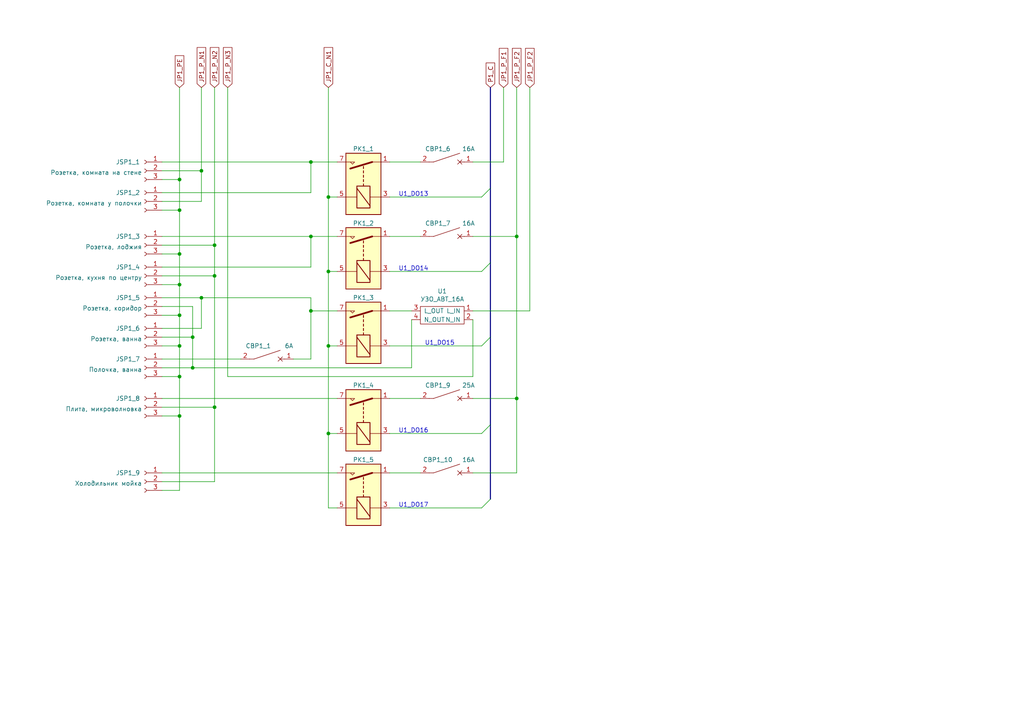
<source format=kicad_sch>
(kicad_sch (version 20211123) (generator eeschema)
  (paper "A4")
  (title_block (title "Розетки, лист 1") (date "2023-02-01") (rev "2"))
  (lib_symbols
    (symbol "Connector:Conn_01x03_Female" (pin_names (offset 1.016) hide)
      (property "Reference" "J" (at 0 5.08 0))
      (property "Value" "Conn_01x03_Female" (at 0 -5.08 0))
      (symbol "Conn_01x03_Female_1_1"
        (arc (start 0 -2.032) (mid -0.508 -2.54) (end 0 -3.048) (stroke (width 0.1524)))
        (polyline (pts (xy -1.27 -2.54) (xy -0.508 -2.54)) (stroke (width 0.1524)))
        (polyline (pts (xy -1.27 0) (xy -0.508 0)) (stroke (width 0.1524)))
        (polyline (pts (xy -1.27 2.54) (xy -0.508 2.54)) (stroke (width 0.1524)))
        (arc (start 0 0.508) (mid -0.508 0) (end 0 -0.508) (stroke (width 0.1524)))
        (arc (start 0 3.048) (mid -0.508 2.54) (end 0 2.032) (stroke (width 0.1524)))
        (pin passive line (at -5.08 2.54 0) (length 3.81) (name "Pin_1") (number "1"))
        (pin passive line (at -5.08 0 0) (length 3.81) (name "Pin_2") (number "2"))
        (pin passive line (at -5.08 -2.54 0) (length 3.81) (name "Pin_3") (number "3"))
      )
    )
    (symbol "Device:CircuitBreaker_1P"
      (property "Reference" "CB" (at 1.905 0 0))
      (property "Value" "CircuitBreaker_1P" (at 1.905 1.905 0))
      (symbol "CircuitBreaker_1P_0_1"
        (polyline (pts (xy 0 -5.08) (xy 0 -3.81)))
        (polyline (pts (xy 0 -3.81) (xy -2.54 3.81)))
      )
      (symbol "CircuitBreaker_1P_1_1"
        (polyline (pts (xy -0.635 4.445) (xy 0.635 3.175)))
        (polyline (pts (xy 0 5.08) (xy 0 3.81)))
        (polyline (pts (xy 0.635 4.445) (xy -0.635 3.175)))
        (pin passive line (at 0 7.62 270) (length 2.54) (name "~") (number "1"))
        (pin passive line (at 0 -7.62 90) (length 2.54) (name "~") (number "2"))
      )
    )
    (symbol "Relay:SILxx-1Axx-71x"
      (property "Reference" "K" (at 8.89 3.81 0))
      (property "Value" "SILxx-1Axx-71x" (at 8.89 1.27 0))
      (symbol "SILxx-1Axx-71x_0_0"
        (polyline (pts (xy 5.08 5.08) (xy 5.08 2.54) (xy 4.445 3.175) (xy 5.08 3.81)))
      )
      (symbol "SILxx-1Axx-71x_0_1"
        (rectangle (start -10.16 5.08) (end 7.62 -5.08) (stroke (width 0.254)) (fill (type background)))
        (rectangle (start -8.255 1.905) (end -1.905 -1.905) (stroke (width 0.254)))
        (polyline (pts (xy -7.62 -1.905) (xy -2.54 1.905)) (stroke (width 0.254)))
        (polyline (pts (xy -5.08 -5.08) (xy -5.08 -1.905)))
        (polyline (pts (xy -5.08 5.08) (xy -5.08 1.905)))
        (polyline (pts (xy -1.905 0) (xy -1.27 0)) (stroke (width 0.254)))
        (polyline (pts (xy -0.635 0) (xy 0 0)) (stroke (width 0.254)))
        (polyline (pts (xy 0.635 0) (xy 1.27 0)) (stroke (width 0.254)))
        (polyline (pts (xy 1.905 0) (xy 2.54 0)) (stroke (width 0.254)))
        (polyline (pts (xy 3.175 0) (xy 3.81 0)) (stroke (width 0.254)))
        (polyline (pts (xy 5.08 -2.54) (xy 3.175 3.81)) (stroke (width 0.508)))
        (polyline (pts (xy 5.08 -2.54) (xy 5.08 -5.08)))
      )
      (symbol "SILxx-1Axx-71x_1_1"
        (pin passive line (at 5.08 -7.62 90) (length 2.54) (name "~") (number "1"))
        (pin passive line (at -5.08 -7.62 90) (length 2.54) (name "~") (number "3"))
        (pin passive line (at -5.08 7.62 270) (length 2.54) (name "~") (number "5"))
        (pin passive line (at 5.08 7.62 270) (length 2.54) (name "~") (number "7"))
      )
    )
    (symbol "sockets_1-rescue:УЗО-plc" (pin_names (offset 1.016))
      (property "Reference" "U" (at 0 0 0))
      (property "Value" "УЗО-plc" (at 0 2.54 0))
      (symbol "УЗО-plc_1_1"
        (rectangle (start -6.35 -1.27) (end 6.35 -6.35))
        (pin power_in line (at -8.89 -2.54 0) (length 2.54) (name "L_IN") (number "1"))
        (pin passive line (at -8.89 -5.08 0) (length 2.54) (name "N_IN") (number "2"))
        (pin power_out line (at 8.89 -2.54 180) (length 2.54) (name "L_OUT") (number "3"))
        (pin passive line (at 8.89 -5.08 180) (length 2.54) (name "N_OUT") (number "4"))
      )
    )
  )
  (junction (at 62.23 80.01))
  (junction (at 149.86 115.57))
  (junction (at 58.42 86.36))
  (junction (at 95.25 125.73))
  (junction (at 52.07 91.44))
  (junction (at 95.25 78.74))
  (junction (at 52.07 100.33))
  (junction (at 90.17 68.58))
  (junction (at 52.07 52.07))
  (junction (at 55.88 106.68))
  (junction (at 52.07 60.96))
  (junction (at 58.42 49.53))
  (junction (at 62.23 118.11))
  (junction (at 52.07 120.65))
  (junction (at 52.07 109.22))
  (junction (at 90.17 46.99))
  (junction (at 149.86 68.58))
  (junction (at 62.23 71.12))
  (junction (at 52.07 82.55))
  (junction (at 95.25 100.33))
  (junction (at 90.17 90.17))
  (junction (at 52.07 73.66))
  (junction (at 55.88 97.79))
  (junction (at 95.25 57.15))
  (bus_entry (at 139.7 57.15) (size 2.54 -2.54))
  (bus_entry (at 139.7 100.33) (size 2.54 -2.54))
  (bus_entry (at 139.7 125.73) (size 2.54 -2.54))
  (bus_entry (at 139.7 147.32) (size 2.54 -2.54))
  (bus_entry (at 139.7 78.74) (size 2.54 -2.54))
  (wire (pts (xy 46.99 77.47) (xy 90.17 77.47)))
  (wire (pts (xy 97.79 125.73) (xy 95.25 125.73)))
  (wire (pts (xy 90.17 86.36) (xy 90.17 90.17)))
  (wire (pts (xy 149.86 68.58) (xy 149.86 115.57)))
  (wire (pts (xy 113.03 137.16) (xy 121.92 137.16)))
  (wire (pts (xy 46.99 80.01) (xy 62.23 80.01)))
  (wire (pts (xy 146.05 25.4) (xy 146.05 46.99)))
  (wire (pts (xy 62.23 25.4) (xy 62.23 71.12)))
  (wire (pts (xy 97.79 147.32) (xy 95.25 147.32)))
  (wire (pts (xy 58.42 86.36) (xy 90.17 86.36)))
  (wire (pts (xy 55.88 97.79) (xy 55.88 88.9)))
  (wire (pts (xy 46.99 82.55) (xy 52.07 82.55)))
  (bus (pts (xy 142.24 54.61) (xy 142.24 76.2)))
  (wire (pts (xy 46.99 91.44) (xy 52.07 91.44)))
  (wire (pts (xy 46.99 71.12) (xy 62.23 71.12)))
  (wire (pts (xy 46.99 115.57) (xy 97.79 115.57)))
  (wire (pts (xy 137.16 68.58) (xy 149.86 68.58)))
  (wire (pts (xy 153.67 25.4) (xy 153.67 90.17)))
  (wire (pts (xy 46.99 109.22) (xy 52.07 109.22)))
  (wire (pts (xy 90.17 46.99) (xy 97.79 46.99)))
  (wire (pts (xy 113.03 100.33) (xy 139.7 100.33)))
  (wire (pts (xy 113.03 125.73) (xy 139.7 125.73)))
  (wire (pts (xy 46.99 106.68) (xy 55.88 106.68)))
  (wire (pts (xy 95.25 57.15) (xy 95.25 78.74)))
  (bus (pts (xy 142.24 97.79) (xy 142.24 123.19)))
  (wire (pts (xy 52.07 100.33) (xy 52.07 109.22)))
  (wire (pts (xy 90.17 68.58) (xy 97.79 68.58)))
  (wire (pts (xy 55.88 97.79) (xy 46.99 97.79)))
  (wire (pts (xy 95.25 25.4) (xy 95.25 57.15)))
  (wire (pts (xy 66.04 25.4) (xy 66.04 109.22)))
  (wire (pts (xy 113.03 57.15) (xy 139.7 57.15)))
  (wire (pts (xy 113.03 115.57) (xy 121.92 115.57)))
  (wire (pts (xy 119.38 106.68) (xy 119.38 92.71)))
  (wire (pts (xy 62.23 118.11) (xy 62.23 139.7)))
  (wire (pts (xy 95.25 78.74) (xy 95.25 100.33)))
  (bus (pts (xy 142.24 25.4) (xy 142.24 54.61)))
  (wire (pts (xy 113.03 147.32) (xy 139.7 147.32)))
  (wire (pts (xy 46.99 104.14) (xy 69.85 104.14)))
  (wire (pts (xy 52.07 82.55) (xy 52.07 91.44)))
  (bus (pts (xy 142.24 76.2) (xy 142.24 97.79)))
  (wire (pts (xy 52.07 52.07) (xy 52.07 60.96)))
  (wire (pts (xy 58.42 25.4) (xy 58.42 49.53)))
  (wire (pts (xy 149.86 25.4) (xy 149.86 68.58)))
  (wire (pts (xy 46.99 68.58) (xy 90.17 68.58)))
  (wire (pts (xy 46.99 86.36) (xy 58.42 86.36)))
  (wire (pts (xy 46.99 137.16) (xy 97.79 137.16)))
  (wire (pts (xy 149.86 115.57) (xy 137.16 115.57)))
  (bus (pts (xy 142.24 123.19) (xy 142.24 144.78)))
  (wire (pts (xy 66.04 109.22) (xy 137.16 109.22)))
  (wire (pts (xy 46.99 52.07) (xy 52.07 52.07)))
  (wire (pts (xy 55.88 106.68) (xy 119.38 106.68)))
  (wire (pts (xy 137.16 90.17) (xy 153.67 90.17)))
  (wire (pts (xy 90.17 104.14) (xy 85.09 104.14)))
  (wire (pts (xy 46.99 55.88) (xy 90.17 55.88)))
  (wire (pts (xy 95.25 100.33) (xy 97.79 100.33)))
  (wire (pts (xy 58.42 49.53) (xy 58.42 58.42)))
  (wire (pts (xy 62.23 71.12) (xy 62.23 80.01)))
  (wire (pts (xy 95.25 100.33) (xy 95.25 125.73)))
  (wire (pts (xy 46.99 139.7) (xy 62.23 139.7)))
  (wire (pts (xy 52.07 60.96) (xy 52.07 73.66)))
  (wire (pts (xy 46.99 100.33) (xy 52.07 100.33)))
  (wire (pts (xy 46.99 58.42) (xy 58.42 58.42)))
  (wire (pts (xy 137.16 92.71) (xy 137.16 109.22)))
  (wire (pts (xy 95.25 78.74) (xy 97.79 78.74)))
  (wire (pts (xy 46.99 95.25) (xy 58.42 95.25)))
  (wire (pts (xy 90.17 90.17) (xy 90.17 104.14)))
  (wire (pts (xy 90.17 46.99) (xy 90.17 55.88)))
  (wire (pts (xy 52.07 25.4) (xy 52.07 52.07)))
  (wire (pts (xy 52.07 120.65) (xy 52.07 142.24)))
  (wire (pts (xy 146.05 46.99) (xy 137.16 46.99)))
  (wire (pts (xy 52.07 91.44) (xy 52.07 100.33)))
  (wire (pts (xy 113.03 90.17) (xy 119.38 90.17)))
  (wire (pts (xy 90.17 68.58) (xy 90.17 77.47)))
  (wire (pts (xy 113.03 68.58) (xy 121.92 68.58)))
  (wire (pts (xy 113.03 46.99) (xy 121.92 46.99)))
  (wire (pts (xy 149.86 115.57) (xy 149.86 137.16)))
  (wire (pts (xy 46.99 73.66) (xy 52.07 73.66)))
  (wire (pts (xy 55.88 106.68) (xy 55.88 97.79)))
  (wire (pts (xy 52.07 109.22) (xy 52.07 120.65)))
  (wire (pts (xy 46.99 60.96) (xy 52.07 60.96)))
  (wire (pts (xy 46.99 120.65) (xy 52.07 120.65)))
  (wire (pts (xy 95.25 125.73) (xy 95.25 147.32)))
  (wire (pts (xy 52.07 73.66) (xy 52.07 82.55)))
  (wire (pts (xy 97.79 57.15) (xy 95.25 57.15)))
  (wire (pts (xy 58.42 95.25) (xy 58.42 86.36)))
  (wire (pts (xy 46.99 142.24) (xy 52.07 142.24)))
  (wire (pts (xy 46.99 49.53) (xy 58.42 49.53)))
  (wire (pts (xy 55.88 88.9) (xy 46.99 88.9)))
  (wire (pts (xy 90.17 90.17) (xy 97.79 90.17)))
  (wire (pts (xy 46.99 46.99) (xy 90.17 46.99)))
  (wire (pts (xy 149.86 137.16) (xy 137.16 137.16)))
  (wire (pts (xy 62.23 80.01) (xy 62.23 118.11)))
  (wire (pts (xy 46.99 118.11) (xy 62.23 118.11)))
  (wire (pts (xy 113.03 78.74) (xy 139.7 78.74)))
  (text "U1_DO15" (at 123.19 100.33 0) (effects (font (size 1.27 1.27)) (justify left bottom)))
  (text "U1_DO13" (at 115.57 57.15 0) (effects (font (size 1.27 1.27)) (justify left bottom)))
  (text "U1_DO16" (at 115.57 125.73 0) (effects (font (size 1.27 1.27)) (justify left bottom)))
  (text "U1_DO17" (at 115.57 147.32 0) (effects (font (size 1.27 1.27)) (justify left bottom)))
  (text "U1_DO14" (at 115.57 78.74 0) (effects (font (size 1.27 1.27)) (justify left bottom)))
  (global_label "JP1_P_N1" (shape input) (at 58.42 25.4 90) (property "Intersheet References" "${INTERSHEET_REFS}" (effects hide)))
  (global_label "JP1_PE" (shape input) (at 52.07 25.4 90) (property "Intersheet References" "${INTERSHEET_REFS}" (effects hide)))
  (global_label "JP1_P_F2" (shape input) (at 149.86 25.4 90) (property "Intersheet References" "${INTERSHEET_REFS}" (effects hide)))
  (global_label "Р1_C" (shape input) (at 142.24 25.4 90) (property "Intersheet References" "${INTERSHEET_REFS}" (effects hide)))
  (global_label "JP1_P_N3" (shape input) (at 66.04 25.4 90) (property "Intersheet References" "${INTERSHEET_REFS}" (effects hide)))
  (global_label "JP1_P_N2" (shape input) (at 62.23 25.4 90) (property "Intersheet References" "${INTERSHEET_REFS}" (effects hide)))
  (global_label "JP1_C_N1" (shape input) (at 95.25 25.4 90) (property "Intersheet References" "${INTERSHEET_REFS}" (effects hide)))
  (global_label "JP1_P_F2" (shape input) (at 153.67 25.4 90) (property "Intersheet References" "${INTERSHEET_REFS}" (effects hide)))
  (global_label "JP1_P_F1" (shape input) (at 146.05 25.4 90) (property "Intersheet References" "${INTERSHEET_REFS}" (effects hide)))
  (symbol (lib_id "Connector:Conn_01x03_Female") (at 41.91 49.53 0) (mirror y) (unit 1)
    (property "Reference" "JSР1_1" (at 40.64 46.99 0) (effects (justify left)))
    (property "Value" "Розетка, комната на стене" (at 41.1988 50.038 0) (effects (justify left)))
  )
  (symbol (lib_id "Connector:Conn_01x03_Female") (at 41.91 118.11 0) (mirror y) (unit 1)
    (property "Reference" "JSР1_8" (at 40.64 115.57 0) (effects (justify left)))
    (property "Value" "Плита, микроволновка" (at 41.1988 118.618 0) (effects (justify left)))
  )
  (symbol (lib_id "Connector:Conn_01x03_Female") (at 41.91 139.7 0) (mirror y) (unit 1)
    (property "Reference" "JSР1_9" (at 40.64 137.16 0) (effects (justify left)))
    (property "Value" "Холодильник мойка" (at 41.1988 140.208 0) (effects (justify left)))
  )
  (symbol (lib_id "Relay:SILxx-1Axx-71x") (at 105.41 120.65 90) (unit 1)
    (property "Reference" "РК1_4" (at 105.41 111.76 90))
    (property "Value" "SILxx-1Axx-71x" (effects hide))
    (property "Footprint" "Relay_THT:Relay_SPST_StandexMeder_SIL_Form1A" (effects hide))
    (property "Datasheet" "https://standexelectronics.com/wp-content/uploads/datasheet_reed_relay_SIL.pdf" (effects hide))
  )
  (symbol (lib_id "Device:CircuitBreaker_1P") (at 129.54 115.57 270) (unit 1)
    (property "Reference" "CBР1_9" (at 127 111.76 90))
    (property "Value" "25А" (at 135.89 111.76 90))
  )
  (symbol (lib_id "Relay:SILxx-1Axx-71x") (at 105.41 142.24 90) (unit 1)
    (property "Reference" "РК1_5" (at 105.41 133.35 90))
    (property "Value" "SILxx-1Axx-71x" (effects hide))
    (property "Footprint" "Relay_THT:Relay_SPST_StandexMeder_SIL_Form1A" (effects hide))
    (property "Datasheet" "https://standexelectronics.com/wp-content/uploads/datasheet_reed_relay_SIL.pdf" (effects hide))
  )
  (symbol (lib_id "Device:CircuitBreaker_1P") (at 129.54 137.16 270) (unit 1)
    (property "Reference" "CBР1_10" (at 127 133.35 90))
    (property "Value" "16А" (at 135.89 133.35 90))
  )
  (symbol (lib_id "Connector:Conn_01x03_Female") (at 41.91 58.42 0) (mirror y) (unit 1)
    (property "Reference" "JSР1_2" (at 40.64 55.88 0) (effects (justify left)))
    (property "Value" "Розетка, комната у полочки" (at 41.1988 58.928 0) (effects (justify left)))
  )
  (symbol (lib_id "Connector:Conn_01x03_Female") (at 41.91 71.12 0) (mirror y) (unit 1)
    (property "Reference" "JSР1_3" (at 40.64 68.58 0) (effects (justify left)))
    (property "Value" "Розетка, лоджия" (at 41.1988 71.628 0) (effects (justify left)))
  )
  (symbol (lib_id "Connector:Conn_01x03_Female") (at 41.91 80.01 0) (mirror y) (unit 1)
    (property "Reference" "JSР1_4" (at 40.64 77.47 0) (effects (justify left)))
    (property "Value" "Розетка, кухня по центру" (at 41.1988 80.518 0) (effects (justify left)))
  )
  (symbol (lib_id "Connector:Conn_01x03_Female") (at 41.91 88.9 0) (mirror y) (unit 1)
    (property "Reference" "JSР1_5" (at 40.64 86.36 0) (effects (justify left)))
    (property "Value" "Розетка, коридор" (at 41.1988 89.408 0) (effects (justify left)))
  )
  (symbol (lib_id "Connector:Conn_01x03_Female") (at 41.91 97.79 0) (mirror y) (unit 1)
    (property "Reference" "JSР1_6" (at 40.64 95.25 0) (effects (justify left)))
    (property "Value" "Розетка, ванна" (at 41.1988 98.298 0) (effects (justify left)))
  )
  (symbol (lib_id "Relay:SILxx-1Axx-71x") (at 105.41 52.07 90) (unit 1)
    (property "Reference" "РК1_1" (at 105.41 43.18 90))
    (property "Value" "SILxx-1Axx-71x" (effects hide))
    (property "Footprint" "Relay_THT:Relay_SPST_StandexMeder_SIL_Form1A" (effects hide))
    (property "Datasheet" "https://standexelectronics.com/wp-content/uploads/datasheet_reed_relay_SIL.pdf" (effects hide))
  )
  (symbol (lib_id "Relay:SILxx-1Axx-71x") (at 105.41 73.66 90) (unit 1)
    (property "Reference" "РК1_2" (at 105.41 64.77 90))
    (property "Value" "SILxx-1Axx-71x" (effects hide))
    (property "Footprint" "Relay_THT:Relay_SPST_StandexMeder_SIL_Form1A" (effects hide))
    (property "Datasheet" "https://standexelectronics.com/wp-content/uploads/datasheet_reed_relay_SIL.pdf" (effects hide))
  )
  (symbol (lib_id "Relay:SILxx-1Axx-71x") (at 105.41 95.25 90) (unit 1)
    (property "Reference" "РК1_3" (at 105.41 86.36 90))
    (property "Value" "SILxx-1Axx-71x" (effects hide))
    (property "Footprint" "Relay_THT:Relay_SPST_StandexMeder_SIL_Form1A" (effects hide))
    (property "Datasheet" "https://standexelectronics.com/wp-content/uploads/datasheet_reed_relay_SIL.pdf" (effects hide))
  )
  (symbol (lib_id "Device:CircuitBreaker_1P") (at 129.54 46.99 270) (unit 1)
    (property "Reference" "CBР1_6" (at 127 43.18 90))
    (property "Value" "16А" (at 135.89 43.18 90))
  )
  (symbol (lib_id "Device:CircuitBreaker_1P") (at 129.54 68.58 270) (unit 1)
    (property "Reference" "CBР1_7" (at 127 64.77 90))
    (property "Value" "16А" (at 135.89 64.77 90))
  )
  (symbol (lib_id "sockets_1-rescue:УЗО-plc") (at 128.27 87.63 0) (mirror y) (unit 1)
    (property "Reference" "U1" (at 128.27 84.455 0))
    (property "Value" "УЗО_АВТ_16А" (at 128.27 86.7664 0))
  )
  (symbol (lib_id "Connector:Conn_01x03_Female") (at 41.91 106.68 0) (mirror y) (unit 1)
    (property "Reference" "JSР1_7" (at 40.64 104.14 0) (effects (justify left)))
    (property "Value" "Полочка, ванна" (at 41.1988 107.188 0) (effects (justify left)))
  )
  (symbol (lib_id "Device:CircuitBreaker_1P") (at 77.47 104.14 270) (unit 1)
    (property "Reference" "CBР1_1" (at 74.93 100.33 90))
    (property "Value" "6А" (at 83.82 100.33 90))
  )
)
</source>
